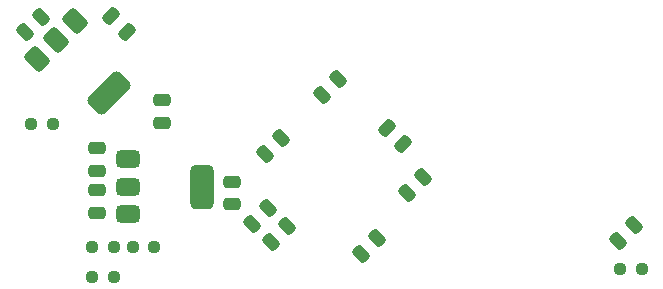
<source format=gbr>
%TF.GenerationSoftware,KiCad,Pcbnew,8.0.4*%
%TF.CreationDate,2024-12-17T16:17:44+07:00*%
%TF.ProjectId,cpld_mux,63706c64-5f6d-4757-982e-6b696361645f,rev?*%
%TF.SameCoordinates,Original*%
%TF.FileFunction,Paste,Bot*%
%TF.FilePolarity,Positive*%
%FSLAX46Y46*%
G04 Gerber Fmt 4.6, Leading zero omitted, Abs format (unit mm)*
G04 Created by KiCad (PCBNEW 8.0.4) date 2024-12-17 16:17:44*
%MOMM*%
%LPD*%
G01*
G04 APERTURE LIST*
G04 Aperture macros list*
%AMRoundRect*
0 Rectangle with rounded corners*
0 $1 Rounding radius*
0 $2 $3 $4 $5 $6 $7 $8 $9 X,Y pos of 4 corners*
0 Add a 4 corners polygon primitive as box body*
4,1,4,$2,$3,$4,$5,$6,$7,$8,$9,$2,$3,0*
0 Add four circle primitives for the rounded corners*
1,1,$1+$1,$2,$3*
1,1,$1+$1,$4,$5*
1,1,$1+$1,$6,$7*
1,1,$1+$1,$8,$9*
0 Add four rect primitives between the rounded corners*
20,1,$1+$1,$2,$3,$4,$5,0*
20,1,$1+$1,$4,$5,$6,$7,0*
20,1,$1+$1,$6,$7,$8,$9,0*
20,1,$1+$1,$8,$9,$2,$3,0*%
G04 Aperture macros list end*
%ADD10RoundRect,0.237500X0.250000X0.237500X-0.250000X0.237500X-0.250000X-0.237500X0.250000X-0.237500X0*%
%ADD11RoundRect,0.250000X-0.512652X-0.159099X-0.159099X-0.512652X0.512652X0.159099X0.159099X0.512652X0*%
%ADD12RoundRect,0.250000X-0.159099X0.512652X-0.512652X0.159099X0.159099X-0.512652X0.512652X-0.159099X0*%
%ADD13RoundRect,0.250000X0.159099X-0.512652X0.512652X-0.159099X-0.159099X0.512652X-0.512652X0.159099X0*%
%ADD14RoundRect,0.375000X-0.625000X-0.375000X0.625000X-0.375000X0.625000X0.375000X-0.625000X0.375000X0*%
%ADD15RoundRect,0.500000X-0.500000X-1.400000X0.500000X-1.400000X0.500000X1.400000X-0.500000X1.400000X0*%
%ADD16RoundRect,0.250000X-0.475000X0.250000X-0.475000X-0.250000X0.475000X-0.250000X0.475000X0.250000X0*%
%ADD17RoundRect,0.237500X-0.250000X-0.237500X0.250000X-0.237500X0.250000X0.237500X-0.250000X0.237500X0*%
%ADD18RoundRect,0.375000X-0.707107X0.176777X0.176777X-0.707107X0.707107X-0.176777X-0.176777X0.707107X0*%
%ADD19RoundRect,0.500000X-1.343503X-0.636396X-0.636396X-1.343503X1.343503X0.636396X0.636396X1.343503X0*%
G04 APERTURE END LIST*
D10*
%TO.C,R1*%
X30572701Y-73962753D03*
X28747701Y-73962753D03*
%TD*%
D11*
%TO.C,C13*%
X53663201Y-61389753D03*
X55006703Y-62733255D03*
%TD*%
D12*
%TO.C,C21*%
X24362952Y-51955002D03*
X23019450Y-53298504D03*
%TD*%
D13*
%TO.C,C15*%
X43376201Y-63548753D03*
X44719703Y-62205251D03*
%TD*%
D14*
%TO.C,U5*%
X31717201Y-68642753D03*
X31717202Y-66342753D03*
D15*
X38017200Y-66342753D03*
D14*
X31717201Y-64042753D03*
%TD*%
D13*
%TO.C,C17*%
X73248450Y-70951504D03*
X74591952Y-69608002D03*
%TD*%
D16*
%TO.C,C16*%
X29152201Y-66662754D03*
X29152201Y-68562752D03*
%TD*%
%TO.C,C19*%
X34613201Y-59042754D03*
X34613201Y-60942752D03*
%TD*%
D10*
%TO.C,R2*%
X30572701Y-71422753D03*
X28747701Y-71422753D03*
%TD*%
D13*
%TO.C,C14*%
X55404450Y-66887504D03*
X56747952Y-65544002D03*
%TD*%
D17*
%TO.C,R4*%
X23564201Y-61008753D03*
X25389201Y-61008753D03*
%TD*%
%TO.C,R5*%
X73412201Y-73327753D03*
X75237201Y-73327753D03*
%TD*%
D16*
%TO.C,C22*%
X29152201Y-63106754D03*
X29152201Y-65006752D03*
%TD*%
D13*
%TO.C,C12*%
X51504201Y-72057753D03*
X52847703Y-70714251D03*
%TD*%
D16*
%TO.C,C23*%
X40531401Y-65961753D03*
X40531401Y-67861751D03*
%TD*%
D17*
%TO.C,R3*%
X32153201Y-71422753D03*
X33978201Y-71422753D03*
%TD*%
D12*
%TO.C,C18*%
X43576703Y-68174251D03*
X42233201Y-69517753D03*
%TD*%
D18*
%TO.C,U3*%
X24028469Y-55581712D03*
X25654815Y-53955367D03*
D19*
X30109587Y-58410139D03*
D18*
X27281160Y-52329021D03*
%TD*%
D11*
%TO.C,C20*%
X30348699Y-51918251D03*
X31692201Y-53261753D03*
%TD*%
D13*
%TO.C,C24*%
X48202201Y-58595753D03*
X49545703Y-57252251D03*
%TD*%
D12*
%TO.C,C25*%
X45227703Y-69698251D03*
X43884201Y-71041753D03*
%TD*%
M02*

</source>
